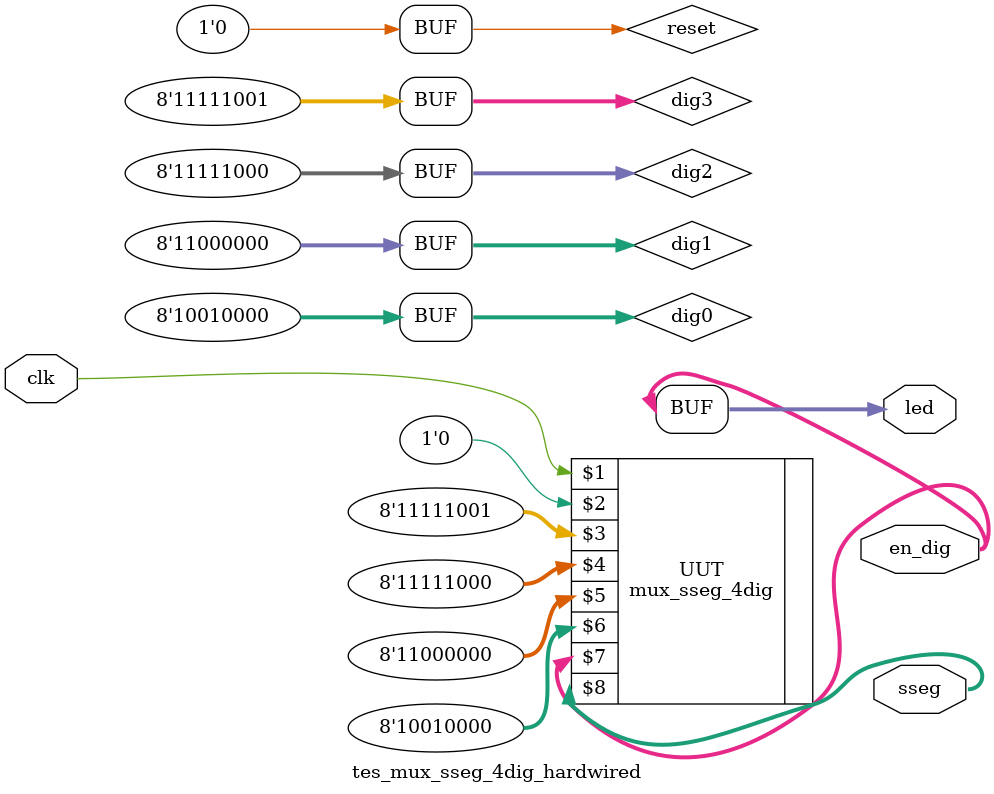
<source format=v>
module tes_mux_sseg_4dig_hardwired(
  input clk,
  output [3:0] en_dig,
  output [7:0] sseg,
  output [3:0] led
);

  wire reset;
  wire [7:0] dig3, dig2, dig1, dig0;

  // hardwired values
  assign reset = 1'b0; // always no reset
  assign dig3 = 8'b1111_1001;
  assign dig2 = 8'b1111_1000;
  assign dig1 = 8'b1100_0000;
  assign dig0 = 8'b1001_0000;

  mux_sseg_4dig UUT( clk, reset, dig3, dig2, dig1, dig0, en_dig, sseg);
  
  assign led[3] = en_dig[3];
  assign led[2] = en_dig[2];
  assign led[1] = en_dig[1];
  assign led[0] = en_dig[0];

endmodule

</source>
